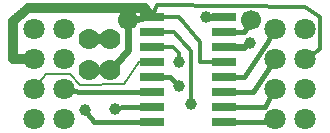
<source format=gtl>
G04 MADE WITH FRITZING*
G04 WWW.FRITZING.ORG*
G04 DOUBLE SIDED*
G04 HOLES PLATED*
G04 CONTOUR ON CENTER OF CONTOUR VECTOR*
%ASAXBY*%
%FSLAX23Y23*%
%MOIN*%
%OFA0B0*%
%SFA1.0B1.0*%
%ADD10C,0.039370*%
%ADD11C,0.070000*%
%ADD12C,0.070866*%
%ADD13C,0.066929*%
%ADD14R,0.080000X0.026000*%
%ADD15C,0.016000*%
%ADD16C,0.008000*%
%ADD17C,0.024000*%
%ADD18C,0.012000*%
%ADD19C,0.032000*%
%ADD20R,0.001000X0.001000*%
%LNCOPPER1*%
G90*
G70*
G54D10*
X375Y78D03*
X588Y153D03*
X275Y73D03*
G54D11*
X290Y208D03*
X290Y309D03*
X360Y208D03*
X360Y309D03*
G54D12*
X910Y243D03*
X910Y343D03*
X1010Y43D03*
X910Y43D03*
X1010Y343D03*
X1010Y143D03*
X910Y143D03*
X1010Y243D03*
X205Y243D03*
G54D13*
X420Y373D03*
G54D12*
X105Y243D03*
X105Y143D03*
X105Y43D03*
X105Y343D03*
X205Y143D03*
X205Y343D03*
G54D13*
X830Y373D03*
G54D12*
X205Y43D03*
G54D10*
X825Y298D03*
X678Y383D03*
X628Y93D03*
X588Y233D03*
G54D14*
X498Y383D03*
X498Y333D03*
X498Y283D03*
X498Y233D03*
X498Y183D03*
X498Y133D03*
X498Y83D03*
X498Y33D03*
X740Y33D03*
X740Y83D03*
X740Y133D03*
X740Y183D03*
X740Y233D03*
X740Y283D03*
X740Y333D03*
X740Y383D03*
G54D15*
X400Y83D02*
X464Y83D01*
D02*
X446Y134D02*
X255Y134D01*
G54D16*
D02*
X260Y158D02*
X225Y193D01*
D02*
X225Y193D02*
X146Y194D01*
G54D15*
D02*
X305Y33D02*
X464Y33D01*
D02*
X283Y63D02*
X305Y33D01*
D02*
X255Y134D02*
X230Y139D01*
D02*
X559Y183D02*
X533Y183D01*
D02*
X579Y163D02*
X559Y183D01*
D02*
X388Y81D02*
X400Y83D01*
D02*
X464Y134D02*
X446Y134D01*
G54D16*
D02*
X455Y234D02*
X405Y159D01*
D02*
X405Y159D02*
X260Y158D01*
D02*
X146Y194D02*
X121Y163D01*
D02*
X464Y234D02*
X455Y234D01*
G54D17*
D02*
X464Y379D02*
X449Y377D01*
G54D18*
D02*
X658Y233D02*
X706Y233D01*
D02*
X658Y299D02*
X658Y233D01*
D02*
X588Y383D02*
X658Y299D01*
D02*
X533Y383D02*
X588Y383D01*
G54D15*
D02*
X818Y354D02*
X805Y333D01*
G54D17*
D02*
X706Y383D02*
X697Y383D01*
D02*
X805Y284D02*
X775Y284D01*
D02*
X810Y287D02*
X805Y284D01*
G54D15*
D02*
X885Y303D02*
X835Y228D01*
D02*
X835Y228D02*
X805Y183D01*
D02*
X805Y183D02*
X775Y183D01*
D02*
X897Y322D02*
X885Y303D01*
G54D18*
D02*
X1010Y418D02*
X515Y423D01*
D02*
X1060Y383D02*
X1010Y418D01*
D02*
X515Y423D02*
X501Y391D01*
D02*
X1060Y278D02*
X1060Y383D01*
D02*
X1031Y258D02*
X1060Y278D01*
G54D15*
D02*
X835Y133D02*
X775Y133D01*
D02*
X896Y223D02*
X835Y133D01*
D02*
X875Y83D02*
X775Y83D01*
D02*
X897Y122D02*
X875Y83D01*
D02*
X875Y33D02*
X775Y33D01*
D02*
X886Y37D02*
X875Y33D01*
G54D18*
D02*
X573Y333D02*
X533Y333D01*
D02*
X628Y269D02*
X573Y333D01*
G54D19*
D02*
X328Y309D02*
X322Y309D01*
G54D17*
D02*
X334Y208D02*
X316Y208D01*
G54D18*
D02*
X628Y107D02*
X628Y269D01*
D02*
X568Y284D02*
X533Y284D01*
D02*
X588Y263D02*
X568Y284D01*
D02*
X588Y247D02*
X588Y263D01*
G54D15*
D02*
X805Y333D02*
X775Y333D01*
G54D19*
D02*
X87Y412D02*
X475Y414D01*
D02*
X35Y244D02*
X35Y368D01*
D02*
X69Y244D02*
X35Y244D01*
G54D17*
D02*
X420Y274D02*
X420Y345D01*
D02*
X378Y228D02*
X420Y274D01*
G54D20*
X469Y429D02*
X479Y429D01*
X82Y428D02*
X90Y428D01*
X467Y428D02*
X481Y428D01*
X80Y427D02*
X92Y427D01*
X465Y427D02*
X483Y427D01*
X78Y426D02*
X94Y426D01*
X464Y426D02*
X484Y426D01*
X76Y425D02*
X95Y425D01*
X463Y425D02*
X485Y425D01*
X75Y424D02*
X96Y424D01*
X462Y424D02*
X486Y424D01*
X74Y423D02*
X98Y423D01*
X461Y423D02*
X487Y423D01*
X73Y422D02*
X98Y422D01*
X461Y422D02*
X487Y422D01*
X72Y421D02*
X99Y421D01*
X460Y421D02*
X488Y421D01*
X70Y420D02*
X100Y420D01*
X460Y420D02*
X489Y420D01*
X69Y419D02*
X100Y419D01*
X459Y419D02*
X490Y419D01*
X68Y418D02*
X100Y418D01*
X459Y418D02*
X490Y418D01*
X67Y417D02*
X101Y417D01*
X459Y417D02*
X491Y417D01*
X66Y416D02*
X101Y416D01*
X459Y416D02*
X492Y416D01*
X65Y415D02*
X101Y415D01*
X458Y415D02*
X493Y415D01*
X63Y414D02*
X101Y414D01*
X458Y414D02*
X494Y414D01*
X62Y413D02*
X101Y413D01*
X458Y413D02*
X494Y413D01*
X61Y412D02*
X101Y412D01*
X459Y412D02*
X495Y412D01*
X60Y411D02*
X101Y411D01*
X459Y411D02*
X496Y411D01*
X59Y410D02*
X101Y410D01*
X459Y410D02*
X497Y410D01*
X58Y409D02*
X101Y409D01*
X459Y409D02*
X497Y409D01*
X56Y408D02*
X101Y408D01*
X460Y408D02*
X498Y408D01*
X55Y407D02*
X100Y407D01*
X460Y407D02*
X499Y407D01*
X54Y406D02*
X100Y406D01*
X461Y406D02*
X500Y406D01*
X53Y405D02*
X99Y405D01*
X461Y405D02*
X501Y405D01*
X52Y404D02*
X99Y404D01*
X462Y404D02*
X501Y404D01*
X50Y403D02*
X98Y403D01*
X463Y403D02*
X502Y403D01*
X49Y402D02*
X97Y402D01*
X463Y402D02*
X503Y402D01*
X48Y401D02*
X96Y401D01*
X464Y401D02*
X504Y401D01*
X47Y400D02*
X95Y400D01*
X465Y400D02*
X504Y400D01*
X46Y399D02*
X94Y399D01*
X466Y399D02*
X505Y399D01*
X45Y398D02*
X93Y398D01*
X467Y398D02*
X505Y398D01*
X43Y397D02*
X92Y397D01*
X467Y397D02*
X506Y397D01*
X42Y396D02*
X91Y396D01*
X468Y396D02*
X506Y396D01*
X41Y395D02*
X89Y395D01*
X469Y395D02*
X506Y395D01*
X40Y394D02*
X88Y394D01*
X470Y394D02*
X507Y394D01*
X39Y393D02*
X87Y393D01*
X470Y393D02*
X507Y393D01*
X38Y392D02*
X86Y392D01*
X471Y392D02*
X507Y392D01*
X36Y391D02*
X85Y391D01*
X472Y391D02*
X507Y391D01*
X35Y390D02*
X84Y390D01*
X473Y390D02*
X507Y390D01*
X34Y389D02*
X82Y389D01*
X473Y389D02*
X507Y389D01*
X33Y388D02*
X81Y388D01*
X474Y388D02*
X507Y388D01*
X32Y387D02*
X80Y387D01*
X475Y387D02*
X506Y387D01*
X30Y386D02*
X79Y386D01*
X476Y386D02*
X506Y386D01*
X29Y385D02*
X78Y385D01*
X477Y385D02*
X506Y385D01*
X28Y384D02*
X77Y384D01*
X477Y384D02*
X505Y384D01*
X27Y383D02*
X75Y383D01*
X478Y383D02*
X505Y383D01*
X26Y382D02*
X74Y382D01*
X479Y382D02*
X504Y382D01*
X25Y381D02*
X73Y381D01*
X480Y381D02*
X503Y381D01*
X24Y380D02*
X72Y380D01*
X481Y380D02*
X502Y380D01*
X23Y379D02*
X71Y379D01*
X482Y379D02*
X501Y379D01*
X22Y378D02*
X69Y378D01*
X483Y378D02*
X500Y378D01*
X21Y377D02*
X68Y377D01*
X485Y377D02*
X498Y377D01*
X21Y376D02*
X67Y376D01*
X487Y376D02*
X496Y376D01*
X20Y375D02*
X66Y375D01*
X20Y374D02*
X65Y374D01*
X20Y373D02*
X64Y373D01*
X19Y372D02*
X62Y372D01*
X19Y371D02*
X61Y371D01*
X19Y370D02*
X60Y370D01*
X19Y369D02*
X59Y369D01*
X19Y368D02*
X58Y368D01*
X19Y367D02*
X57Y367D01*
X19Y366D02*
X55Y366D01*
X19Y365D02*
X54Y365D01*
X20Y364D02*
X53Y364D01*
X20Y363D02*
X52Y363D01*
X21Y362D02*
X51Y362D01*
X21Y361D02*
X49Y361D01*
X22Y360D02*
X48Y360D01*
X22Y359D02*
X47Y359D01*
X23Y358D02*
X46Y358D01*
X24Y357D02*
X45Y357D01*
X25Y356D02*
X43Y356D01*
X27Y355D02*
X42Y355D01*
X29Y354D02*
X40Y354D01*
X33Y353D02*
X36Y353D01*
D02*
G04 End of Copper1*
M02*
</source>
